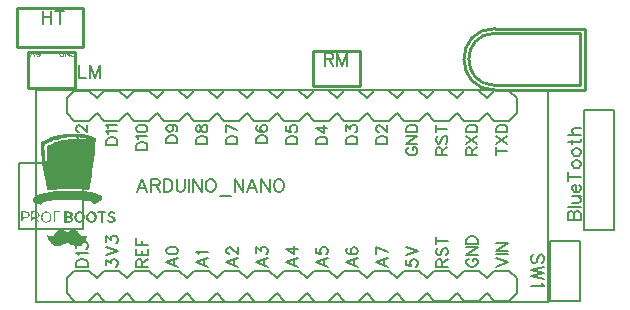
<source format=gto>
G04 Layer: TopSilkscreenLayer*
G04 EasyEDA v6.5.22, 2023-03-28 23:00:35*
G04 5c3957acffbf4fda84b53d144d602fd1,1f4b798e1f424c36b07c5063a1ef9d4e,10*
G04 Gerber Generator version 0.2*
G04 Scale: 100 percent, Rotated: No, Reflected: No *
G04 Dimensions in millimeters *
G04 leading zeros omitted , absolute positions ,4 integer and 5 decimal *
%FSLAX45Y45*%
%MOMM*%

%ADD10C,0.1524*%
%ADD11C,0.1500*%
%ADD12C,0.0500*%
%ADD13C,0.1520*%
%ADD14C,0.2032*%
%ADD15C,0.2030*%
%ADD16C,0.2540*%
%ADD17C,0.0140*%

%LPD*%
G36*
X490474Y1427480D02*
G01*
X461467Y1427073D01*
X434644Y1425651D01*
X422503Y1424533D01*
X411429Y1423162D01*
X385622Y1418691D01*
X359359Y1413256D01*
X334670Y1407261D01*
X322935Y1404112D01*
X300634Y1397304D01*
X279908Y1389938D01*
X270154Y1386078D01*
X260705Y1382064D01*
X251663Y1377899D01*
X208991Y1356664D01*
X211664Y1311503D01*
X240487Y1311503D01*
X240842Y1319936D01*
X241909Y1326489D01*
X242671Y1329182D01*
X243636Y1331518D01*
X244805Y1333652D01*
X247700Y1337157D01*
X251307Y1340205D01*
X255676Y1343101D01*
X262839Y1347012D01*
X271983Y1351330D01*
X282956Y1355852D01*
X295300Y1360525D01*
X308762Y1365300D01*
X323088Y1370025D01*
X345338Y1376781D01*
X374904Y1384706D01*
X388975Y1387957D01*
X402082Y1390650D01*
X414324Y1392682D01*
X427482Y1394256D01*
X441706Y1395526D01*
X456742Y1396441D01*
X472338Y1397050D01*
X504037Y1397203D01*
X519633Y1396796D01*
X534619Y1396085D01*
X548843Y1395069D01*
X561949Y1393748D01*
X573684Y1392174D01*
X583793Y1390294D01*
X591972Y1388160D01*
X605028Y1382877D01*
X608888Y1380794D01*
X607212Y1380286D01*
X581660Y1383487D01*
X569010Y1384706D01*
X556209Y1385570D01*
X543204Y1386128D01*
X530098Y1386433D01*
X503631Y1386078D01*
X476961Y1384604D01*
X463600Y1383436D01*
X450291Y1381963D01*
X423875Y1378254D01*
X397967Y1373479D01*
X385216Y1370685D01*
X372668Y1367637D01*
X360324Y1364335D01*
X348284Y1360779D01*
X336499Y1356969D01*
X324967Y1352956D01*
X313842Y1348638D01*
X303022Y1344168D01*
X263448Y1326184D01*
X267106Y1152448D01*
X267258Y1131773D01*
X267004Y1117650D01*
X266395Y1110081D01*
X265887Y1108811D01*
X265633Y1108760D01*
X264922Y1109980D01*
X263194Y1117346D01*
X260908Y1131417D01*
X254457Y1179677D01*
X250139Y1213916D01*
X244449Y1261465D01*
X242519Y1279601D01*
X241198Y1294434D01*
X240538Y1306474D01*
X240487Y1311503D01*
X211664Y1311503D01*
X213614Y1281938D01*
X216052Y1253236D01*
X218998Y1223822D01*
X222097Y1197406D01*
X225298Y1174242D01*
X229362Y1147419D01*
X239318Y1086764D01*
X251155Y1019606D01*
X255879Y994257D01*
X259994Y973734D01*
X263753Y957122D01*
X265074Y953109D01*
X266039Y952144D01*
X267665Y951433D01*
X270103Y950823D01*
X277317Y950214D01*
X287985Y950315D01*
X302412Y951077D01*
X336397Y954024D01*
X357886Y955344D01*
X384200Y956310D01*
X413969Y956919D01*
X462026Y957122D01*
X502310Y956767D01*
X532790Y956106D01*
X560222Y955141D01*
X583285Y953871D01*
X600506Y952398D01*
X606552Y951534D01*
X612902Y950010D01*
X614883Y949858D01*
X616661Y950264D01*
X618236Y951433D01*
X619658Y953516D01*
X621080Y956716D01*
X622503Y961085D01*
X623976Y966876D01*
X627329Y983335D01*
X635152Y1027023D01*
X641858Y1067460D01*
X648258Y1108659D01*
X656082Y1163624D01*
X663041Y1217117D01*
X667461Y1255369D01*
X672236Y1302562D01*
X674065Y1324102D01*
X678484Y1388160D01*
X654507Y1400556D01*
X643077Y1405432D01*
X629767Y1410411D01*
X616254Y1414932D01*
X605993Y1417828D01*
X596900Y1419758D01*
X586435Y1421485D01*
X574802Y1423009D01*
X548640Y1425397D01*
X534568Y1426260D01*
X505256Y1427276D01*
G37*
G36*
X429310Y945794D02*
G01*
X409549Y945387D01*
X401574Y944981D01*
X364134Y941984D01*
X329336Y938479D01*
X297230Y934466D01*
X282244Y932281D01*
X254406Y927506D01*
X229412Y922274D01*
X217982Y919480D01*
X197459Y913536D01*
X188315Y910386D01*
X179984Y907135D01*
X172364Y903782D01*
X165557Y900328D01*
X159562Y896772D01*
X154330Y893064D01*
X149910Y889304D01*
X146354Y885444D01*
X142798Y880008D01*
X141071Y874471D01*
X141020Y868883D01*
X142697Y863396D01*
X145999Y858012D01*
X150977Y852779D01*
X157530Y847801D01*
X165658Y843127D01*
X175564Y838453D01*
X185978Y834186D01*
X195681Y830783D01*
X199898Y829513D01*
X203454Y828700D01*
X211328Y827532D01*
X216458Y828090D01*
X219557Y830732D01*
X222046Y837336D01*
X223926Y840333D01*
X226821Y843127D01*
X230733Y845819D01*
X235712Y848309D01*
X241706Y850696D01*
X248716Y852881D01*
X256743Y854913D01*
X265734Y856742D01*
X275742Y858469D01*
X286715Y859993D01*
X298653Y861364D01*
X311607Y862584D01*
X340309Y864463D01*
X372770Y865682D01*
X408940Y866241D01*
X448767Y866089D01*
X494334Y865174D01*
X541121Y863650D01*
X578205Y861618D01*
X593394Y860399D01*
X606501Y858977D01*
X617677Y857402D01*
X627024Y855573D01*
X634695Y853541D01*
X640689Y851255D01*
X645261Y848766D01*
X648512Y845972D01*
X650494Y842873D01*
X652932Y834542D01*
X654354Y832967D01*
X656691Y832612D01*
X660501Y833577D01*
X666242Y835812D01*
X685596Y844448D01*
X701192Y851966D01*
X707593Y855421D01*
X713130Y858723D01*
X717905Y861974D01*
X721868Y865174D01*
X725068Y868375D01*
X727608Y871575D01*
X729538Y874877D01*
X730808Y878230D01*
X731570Y881786D01*
X731824Y885494D01*
X731621Y888136D01*
X731012Y890778D01*
X729945Y893368D01*
X728522Y895908D01*
X726694Y898398D01*
X724408Y900836D01*
X721766Y903224D01*
X718718Y905560D01*
X715264Y907846D01*
X707186Y912266D01*
X697534Y916482D01*
X686358Y920445D01*
X673709Y924204D01*
X659485Y927709D01*
X643839Y930960D01*
X626719Y933958D01*
X613359Y935939D01*
X593344Y938225D01*
X569417Y940308D01*
X542747Y942136D01*
X493522Y944575D01*
X466090Y945387D01*
G37*
G36*
X409041Y771245D02*
G01*
X409041Y742899D01*
X428904Y742899D01*
X429361Y750011D01*
X431495Y753770D01*
X436372Y755091D01*
X445008Y754634D01*
X452729Y753364D01*
X457708Y751230D01*
X460349Y747826D01*
X461162Y742899D01*
X460349Y737971D01*
X457708Y734618D01*
X452729Y732434D01*
X445008Y731164D01*
X436372Y730758D01*
X431495Y732028D01*
X429361Y735838D01*
X428904Y742899D01*
X409041Y742899D01*
X409041Y702360D01*
X428904Y702360D01*
X429463Y709015D01*
X431850Y712876D01*
X437134Y714603D01*
X446278Y715060D01*
X455422Y714603D01*
X460654Y712876D01*
X463092Y709015D01*
X463651Y702360D01*
X463092Y695706D01*
X460654Y691896D01*
X455422Y690118D01*
X446278Y689711D01*
X437134Y690118D01*
X431850Y691896D01*
X429463Y695706D01*
X428904Y702360D01*
X409041Y702360D01*
X409041Y674471D01*
X445058Y674624D01*
X452475Y675030D01*
X458978Y675741D01*
X464616Y676808D01*
X469392Y678230D01*
X473405Y680008D01*
X476707Y682244D01*
X479247Y684834D01*
X481177Y687933D01*
X482498Y691489D01*
X483260Y695553D01*
X483514Y700176D01*
X482955Y706272D01*
X481482Y711708D01*
X479247Y715822D01*
X476554Y718108D01*
X473201Y719988D01*
X472033Y722731D01*
X473151Y727252D01*
X479653Y741527D01*
X480720Y747115D01*
X479704Y752246D01*
X476605Y757986D01*
X474472Y760780D01*
X471932Y763066D01*
X468884Y764946D01*
X465074Y766470D01*
X460400Y767638D01*
X454710Y768553D01*
X447751Y769264D01*
G37*
G36*
X46482Y770788D02*
G01*
X46482Y760628D01*
X78435Y760628D01*
X89458Y760222D01*
X96672Y758647D01*
X101092Y755548D01*
X103581Y750519D01*
X105359Y743204D01*
X105765Y736955D01*
X104749Y731723D01*
X102362Y727506D01*
X98552Y724204D01*
X93319Y721918D01*
X86614Y720547D01*
X78435Y720090D01*
X56438Y720090D01*
X56438Y760628D01*
X46482Y760628D01*
X46583Y712317D01*
X47294Y694791D01*
X47853Y687781D01*
X48564Y682142D01*
X49428Y677976D01*
X50393Y675386D01*
X51460Y674471D01*
X53390Y675894D01*
X54965Y679704D01*
X56032Y685342D01*
X56438Y692251D01*
X56489Y698042D01*
X56794Y702411D01*
X57607Y705561D01*
X59182Y707694D01*
X61772Y708964D01*
X65633Y709676D01*
X77978Y709980D01*
X86766Y710488D01*
X94386Y712012D01*
X100939Y714552D01*
X106324Y718108D01*
X110540Y722579D01*
X113537Y728065D01*
X115417Y734415D01*
X116027Y741730D01*
X115671Y746150D01*
X114604Y750265D01*
X112928Y754024D01*
X110540Y757428D01*
X107543Y760425D01*
X103936Y763117D01*
X99720Y765403D01*
X94894Y767334D01*
X89509Y768807D01*
X83616Y769924D01*
X77165Y770585D01*
X70205Y770788D01*
G37*
G36*
X130911Y770788D02*
G01*
X130936Y720090D01*
X140817Y720090D01*
X140868Y747014D01*
X141173Y752043D01*
X141884Y755650D01*
X143306Y758088D01*
X145592Y759561D01*
X148996Y760323D01*
X153771Y760628D01*
X160121Y760628D01*
X168198Y760069D01*
X175615Y758494D01*
X181610Y756107D01*
X185470Y753110D01*
X187706Y749147D01*
X188976Y744118D01*
X189280Y738479D01*
X188468Y732840D01*
X186131Y726135D01*
X182118Y722274D01*
X174955Y720496D01*
X163118Y720090D01*
X130936Y720090D01*
X131267Y703021D01*
X131673Y694791D01*
X132994Y682142D01*
X133858Y677976D01*
X134823Y675386D01*
X135890Y674471D01*
X137820Y675894D01*
X139395Y679704D01*
X140462Y685342D01*
X141224Y701852D01*
X143103Y707186D01*
X147472Y709472D01*
X155346Y709980D01*
X162814Y709117D01*
X169062Y706221D01*
X174701Y700786D01*
X185115Y685342D01*
X189636Y679704D01*
X193497Y675894D01*
X196291Y674471D01*
X197358Y675894D01*
X196697Y679653D01*
X194360Y685190D01*
X190652Y691997D01*
X180086Y709472D01*
X190246Y719836D01*
X194157Y724357D01*
X197053Y728878D01*
X199085Y733399D01*
X200253Y737819D01*
X200507Y742188D01*
X199948Y746404D01*
X198628Y750417D01*
X196494Y754227D01*
X193700Y757732D01*
X190144Y760933D01*
X185928Y763778D01*
X181051Y766165D01*
X175564Y768096D01*
X169519Y769569D01*
X162864Y770483D01*
X155752Y770788D01*
G37*
G36*
X257556Y770788D02*
G01*
X249783Y769975D01*
X242417Y767537D01*
X235458Y763524D01*
X229006Y757986D01*
X225399Y753973D01*
X222300Y749757D01*
X219710Y745439D01*
X217576Y740968D01*
X215950Y736396D01*
X214731Y731774D01*
X213918Y727100D01*
X213621Y721766D01*
X225247Y721766D01*
X225856Y730605D01*
X227584Y738987D01*
X230174Y746150D01*
X233476Y751382D01*
X237947Y755192D01*
X243484Y757936D01*
X249783Y759663D01*
X256438Y760323D01*
X263194Y759917D01*
X269697Y758444D01*
X275691Y755904D01*
X280720Y752246D01*
X283667Y748842D01*
X286054Y744575D01*
X287883Y739648D01*
X289153Y734161D01*
X289864Y728370D01*
X290068Y722426D01*
X289763Y716432D01*
X288848Y710641D01*
X287477Y705154D01*
X285546Y700176D01*
X283057Y695858D01*
X280060Y692404D01*
X275590Y688797D01*
X271018Y686104D01*
X266395Y684225D01*
X261670Y683158D01*
X257048Y682853D01*
X252526Y683310D01*
X248107Y684479D01*
X243941Y686308D01*
X240029Y688797D01*
X236474Y691896D01*
X233273Y695604D01*
X230581Y699820D01*
X228346Y704596D01*
X226669Y709879D01*
X225602Y715619D01*
X225247Y721766D01*
X213621Y721766D01*
X213664Y717854D01*
X214121Y713282D01*
X215036Y708863D01*
X216306Y704545D01*
X217932Y700379D01*
X219913Y696417D01*
X222250Y692658D01*
X224942Y689203D01*
X227990Y686003D01*
X231343Y683158D01*
X235000Y680618D01*
X238963Y678484D01*
X243179Y676808D01*
X247700Y675538D01*
X252526Y674776D01*
X257556Y674471D01*
X262839Y674827D01*
X267868Y675741D01*
X272694Y677265D01*
X277215Y679348D01*
X281482Y681939D01*
X285394Y685038D01*
X288950Y688543D01*
X292150Y692454D01*
X294894Y696722D01*
X297230Y701294D01*
X299110Y706221D01*
X300532Y711403D01*
X301396Y716788D01*
X301752Y722325D01*
X301548Y728065D01*
X300736Y733907D01*
X299516Y738479D01*
X297637Y743000D01*
X295097Y747420D01*
X292049Y751636D01*
X288544Y755599D01*
X284632Y759256D01*
X280466Y762508D01*
X276047Y765302D01*
X271424Y767588D01*
X266801Y769315D01*
X262128Y770432D01*
G37*
G36*
X319633Y770788D02*
G01*
X319735Y712317D01*
X320395Y694791D01*
X321716Y682142D01*
X322580Y677976D01*
X323545Y675386D01*
X324612Y674471D01*
X326542Y676249D01*
X328117Y681126D01*
X329184Y688289D01*
X329539Y697026D01*
X329539Y719531D01*
X376732Y723341D01*
X345389Y724611D01*
X339547Y725068D01*
X335381Y725881D01*
X332536Y727303D01*
X330809Y729488D01*
X329946Y732688D01*
X329590Y737057D01*
X329539Y760628D01*
X354076Y760628D01*
X363880Y761034D01*
X372313Y762152D01*
X378561Y763727D01*
X381711Y765708D01*
X380796Y767842D01*
X375361Y769467D01*
X365709Y770432D01*
X352196Y770788D01*
G37*
G36*
X726846Y770788D02*
G01*
X707136Y770432D01*
X700227Y769975D01*
X694994Y769264D01*
X691235Y768299D01*
X688848Y766978D01*
X687527Y765251D01*
X687120Y763168D01*
X688035Y759866D01*
X690829Y757478D01*
X695502Y756056D01*
X702005Y755599D01*
X716940Y755599D01*
X716991Y702614D01*
X717194Y693013D01*
X717651Y685901D01*
X718464Y680821D01*
X719734Y677519D01*
X721461Y675589D01*
X723798Y674725D01*
X726846Y674471D01*
X729894Y674725D01*
X732231Y675589D01*
X734009Y677519D01*
X735228Y680821D01*
X736041Y685901D01*
X736498Y693013D01*
X736803Y715060D01*
X736803Y755599D01*
X751687Y755599D01*
X758190Y756056D01*
X762863Y757478D01*
X765657Y759866D01*
X766572Y763168D01*
X766216Y765251D01*
X764895Y766978D01*
X762457Y768299D01*
X758748Y769264D01*
X753516Y769975D01*
X746556Y770432D01*
G37*
G36*
X539902Y770737D02*
G01*
X535686Y770534D01*
X531469Y769924D01*
X527253Y768858D01*
X523036Y767283D01*
X518871Y765149D01*
X514807Y762558D01*
X510793Y759358D01*
X504901Y753059D01*
X500329Y745540D01*
X497027Y736752D01*
X494995Y726694D01*
X494558Y722731D01*
X513334Y722731D01*
X513537Y727557D01*
X514350Y732282D01*
X515772Y736752D01*
X517906Y740867D01*
X520750Y744575D01*
X524357Y747674D01*
X529488Y751078D01*
X534060Y753465D01*
X538276Y754786D01*
X542188Y755040D01*
X545947Y754278D01*
X549757Y752398D01*
X553720Y749452D01*
X557987Y745439D01*
X561848Y740511D01*
X564997Y734568D01*
X567131Y728370D01*
X567944Y722630D01*
X567232Y717092D01*
X565251Y711403D01*
X562305Y705866D01*
X558495Y700735D01*
X554126Y696315D01*
X549402Y692810D01*
X544525Y690524D01*
X539800Y689711D01*
X535228Y690168D01*
X531012Y691591D01*
X527202Y693775D01*
X523798Y696620D01*
X520801Y700125D01*
X518312Y704088D01*
X516280Y708406D01*
X514705Y713028D01*
X513740Y717854D01*
X513334Y722731D01*
X494558Y722731D01*
X493979Y714908D01*
X494284Y710387D01*
X495198Y706374D01*
X496874Y702614D01*
X499414Y698804D01*
X502869Y694690D01*
X507339Y689965D01*
X512216Y685444D01*
X517245Y681736D01*
X522427Y678738D01*
X527659Y676452D01*
X532942Y674928D01*
X538276Y674065D01*
X543509Y673963D01*
X548640Y674522D01*
X553669Y675792D01*
X558495Y677722D01*
X563067Y680313D01*
X567385Y683615D01*
X571398Y687527D01*
X575005Y692150D01*
X578256Y697331D01*
X580999Y703224D01*
X582777Y708152D01*
X584047Y713079D01*
X584758Y717905D01*
X585012Y722630D01*
X584860Y727252D01*
X584250Y731723D01*
X583234Y736092D01*
X581812Y740257D01*
X580085Y744270D01*
X578002Y748030D01*
X575614Y751636D01*
X572922Y754938D01*
X569976Y757986D01*
X566775Y760780D01*
X563422Y763219D01*
X559816Y765403D01*
X556056Y767232D01*
X552196Y768654D01*
X548182Y769772D01*
X544068Y770432D01*
G37*
G36*
X640486Y770636D02*
G01*
X635304Y770331D01*
X630174Y769366D01*
X625195Y767740D01*
X620369Y765454D01*
X615746Y762508D01*
X611428Y758901D01*
X607466Y754735D01*
X604012Y750366D01*
X601116Y745744D01*
X598728Y740968D01*
X596900Y736041D01*
X595630Y730961D01*
X594918Y725830D01*
X594823Y722630D01*
X612648Y722630D01*
X613308Y728065D01*
X615289Y733704D01*
X618236Y739241D01*
X621944Y744372D01*
X626211Y748842D01*
X630783Y752398D01*
X635457Y754735D01*
X639927Y755599D01*
X643636Y754786D01*
X648106Y752602D01*
X652881Y749401D01*
X657352Y745439D01*
X661263Y740460D01*
X664108Y734872D01*
X665835Y728929D01*
X666546Y722782D01*
X666242Y716584D01*
X665073Y710641D01*
X662990Y705053D01*
X660146Y700024D01*
X656539Y695807D01*
X652221Y692556D01*
X647242Y690422D01*
X641654Y689711D01*
X636676Y690524D01*
X631596Y692759D01*
X626719Y696214D01*
X622249Y700582D01*
X618388Y705662D01*
X615340Y711200D01*
X613359Y716940D01*
X612648Y722630D01*
X594823Y722630D01*
X594766Y720699D01*
X595172Y715518D01*
X596188Y710387D01*
X597763Y705307D01*
X599948Y700328D01*
X602843Y695248D01*
X606145Y690727D01*
X609803Y686714D01*
X613714Y683209D01*
X617931Y680313D01*
X622350Y677926D01*
X626973Y676148D01*
X631748Y674928D01*
X636625Y674319D01*
X641553Y674268D01*
X646582Y674776D01*
X651560Y675944D01*
X656488Y677722D01*
X661365Y680059D01*
X666089Y683107D01*
X670712Y686714D01*
X674624Y690372D01*
X677773Y693877D01*
X680212Y697382D01*
X682040Y701141D01*
X683310Y705307D01*
X684072Y710184D01*
X684530Y715873D01*
X684530Y729437D01*
X684072Y735126D01*
X683310Y739952D01*
X682040Y744169D01*
X680212Y747928D01*
X677773Y751433D01*
X674624Y754888D01*
X670712Y758545D01*
X666038Y762203D01*
X661162Y765251D01*
X656082Y767588D01*
X650951Y769264D01*
X645718Y770280D01*
G37*
G36*
X808786Y769569D02*
G01*
X800709Y768807D01*
X793648Y766622D01*
X787400Y763016D01*
X783132Y759409D01*
X779881Y755599D01*
X777697Y751687D01*
X776528Y747674D01*
X776376Y743610D01*
X777189Y739495D01*
X779018Y735380D01*
X781812Y731316D01*
X785622Y727354D01*
X790346Y723493D01*
X795985Y719734D01*
X811733Y711352D01*
X819251Y706577D01*
X824331Y702462D01*
X826160Y699566D01*
X825449Y696518D01*
X823468Y694080D01*
X820369Y692251D01*
X816305Y691134D01*
X811530Y690676D01*
X806246Y690981D01*
X800557Y691997D01*
X787146Y696417D01*
X781862Y697179D01*
X778205Y696214D01*
X775614Y693420D01*
X774446Y690372D01*
X774649Y687425D01*
X776173Y684784D01*
X778764Y682345D01*
X782320Y680161D01*
X786688Y678281D01*
X791667Y676757D01*
X797102Y675589D01*
X802843Y674776D01*
X808786Y674420D01*
X814628Y674471D01*
X820369Y675030D01*
X825753Y676046D01*
X830630Y677621D01*
X834847Y679754D01*
X838250Y682447D01*
X842162Y687222D01*
X844803Y692048D01*
X846226Y696976D01*
X846429Y701903D01*
X845515Y706729D01*
X843432Y711403D01*
X840333Y715822D01*
X836168Y719988D01*
X831037Y723798D01*
X824941Y727151D01*
X817930Y729996D01*
X810056Y732282D01*
X805027Y734009D01*
X801116Y736447D01*
X798372Y739343D01*
X796848Y742543D01*
X796594Y745794D01*
X797712Y748944D01*
X800201Y751687D01*
X804164Y753872D01*
X808126Y754583D01*
X813257Y754329D01*
X818794Y753160D01*
X824179Y751230D01*
X830427Y748690D01*
X834644Y748131D01*
X837387Y749655D01*
X839368Y753313D01*
X840841Y759815D01*
X838453Y764032D01*
X831189Y766826D01*
X817880Y769010D01*
G37*
G36*
X484682Y614222D02*
G01*
X477672Y614070D01*
X470763Y613257D01*
X464058Y611682D01*
X457708Y609447D01*
X451815Y606450D01*
X440639Y598678D01*
X435711Y596290D01*
X431952Y595680D01*
X429615Y596950D01*
X427126Y600100D01*
X423824Y602894D01*
X419862Y605434D01*
X415340Y607618D01*
X410311Y609447D01*
X404926Y610920D01*
X399186Y612089D01*
X393293Y612851D01*
X387248Y613257D01*
X381254Y613257D01*
X375310Y612902D01*
X369519Y612140D01*
X364032Y610920D01*
X358902Y609346D01*
X354228Y607314D01*
X350113Y604824D01*
X344627Y600049D01*
X338328Y593293D01*
X332028Y585368D01*
X319887Y567690D01*
X313893Y561797D01*
X307390Y558749D01*
X299364Y557936D01*
X292709Y558393D01*
X285699Y559562D01*
X279247Y561289D01*
X274116Y563422D01*
X268833Y566013D01*
X266242Y566115D01*
X265938Y563270D01*
X267462Y557123D01*
X269036Y552043D01*
X273253Y541782D01*
X275793Y536600D01*
X281635Y526440D01*
X288340Y516686D01*
X295706Y507644D01*
X299516Y503478D01*
X307441Y495960D01*
X311454Y492709D01*
X315468Y489813D01*
X319481Y487375D01*
X326440Y483565D01*
X332282Y480720D01*
X337566Y478790D01*
X342798Y477723D01*
X348488Y477469D01*
X355142Y477926D01*
X373532Y480720D01*
X380288Y482092D01*
X393903Y485648D01*
X406349Y490016D01*
X411683Y492302D01*
X416153Y494588D01*
X419557Y496773D01*
X427786Y502615D01*
X433679Y504647D01*
X440080Y502869D01*
X455574Y494182D01*
X461975Y491235D01*
X468934Y488492D01*
X476250Y486054D01*
X483819Y483870D01*
X491490Y481990D01*
X499109Y480517D01*
X506577Y479399D01*
X513740Y478688D01*
X520446Y478434D01*
X526592Y478637D01*
X532028Y479298D01*
X537464Y480771D01*
X543153Y483057D01*
X548995Y486156D01*
X554837Y489915D01*
X560679Y494233D01*
X566420Y499160D01*
X571957Y504494D01*
X577189Y510184D01*
X582015Y516178D01*
X586435Y522376D01*
X590245Y528675D01*
X593445Y535076D01*
X597408Y544423D01*
X600252Y551942D01*
X601929Y557733D01*
X602488Y561898D01*
X601827Y564438D01*
X600100Y565505D01*
X597154Y565048D01*
X588162Y561136D01*
X581863Y559460D01*
X575005Y558342D01*
X568401Y557936D01*
X560781Y558647D01*
X554939Y561035D01*
X550164Y565505D01*
X541782Y579272D01*
X536143Y586740D01*
X529640Y594106D01*
X523036Y600405D01*
X517651Y604418D01*
X511708Y607771D01*
X505358Y610412D01*
X498652Y612394D01*
X491693Y613613D01*
G37*
D10*
X1070355Y1042415D02*
G01*
X1028700Y933450D01*
X1070355Y1042415D02*
G01*
X1111757Y933450D01*
X1044194Y969771D02*
G01*
X1096263Y969771D01*
X1146047Y1042415D02*
G01*
X1146047Y933450D01*
X1146047Y1042415D02*
G01*
X1192784Y1042415D01*
X1208531Y1037336D01*
X1213612Y1032002D01*
X1218945Y1021587D01*
X1218945Y1011173D01*
X1213612Y1000760D01*
X1208531Y995679D01*
X1192784Y990600D01*
X1146047Y990600D01*
X1182370Y990600D02*
G01*
X1218945Y933450D01*
X1253236Y1042415D02*
G01*
X1253236Y933450D01*
X1253236Y1042415D02*
G01*
X1289557Y1042415D01*
X1305052Y1037336D01*
X1315465Y1026921D01*
X1320800Y1016507D01*
X1325879Y1000760D01*
X1325879Y974852D01*
X1320800Y959357D01*
X1315465Y948944D01*
X1305052Y938529D01*
X1289557Y933450D01*
X1253236Y933450D01*
X1360170Y1042415D02*
G01*
X1360170Y964437D01*
X1365250Y948944D01*
X1375663Y938529D01*
X1391412Y933450D01*
X1401826Y933450D01*
X1417320Y938529D01*
X1427734Y948944D01*
X1432813Y964437D01*
X1432813Y1042415D01*
X1467104Y1042415D02*
G01*
X1467104Y933450D01*
X1501394Y1042415D02*
G01*
X1501394Y933450D01*
X1501394Y1042415D02*
G01*
X1574292Y933450D01*
X1574292Y1042415D02*
G01*
X1574292Y933450D01*
X1639570Y1042415D02*
G01*
X1629410Y1037336D01*
X1618995Y1026921D01*
X1613662Y1016507D01*
X1608581Y1000760D01*
X1608581Y974852D01*
X1613662Y959357D01*
X1618995Y948944D01*
X1629410Y938529D01*
X1639570Y933450D01*
X1660397Y933450D01*
X1670812Y938529D01*
X1681226Y948944D01*
X1686560Y959357D01*
X1691639Y974852D01*
X1691639Y1000760D01*
X1686560Y1016507D01*
X1681226Y1026921D01*
X1670812Y1037336D01*
X1660397Y1042415D01*
X1639570Y1042415D01*
X1725929Y896873D02*
G01*
X1819402Y896873D01*
X1853692Y1042415D02*
G01*
X1853692Y933450D01*
X1853692Y1042415D02*
G01*
X1926589Y933450D01*
X1926589Y1042415D02*
G01*
X1926589Y933450D01*
X2002281Y1042415D02*
G01*
X1960879Y933450D01*
X2002281Y1042415D02*
G01*
X2043938Y933450D01*
X1976374Y969771D02*
G01*
X2028190Y969771D01*
X2078227Y1042415D02*
G01*
X2078227Y933450D01*
X2078227Y1042415D02*
G01*
X2150872Y933450D01*
X2150872Y1042415D02*
G01*
X2150872Y933450D01*
X2216404Y1042415D02*
G01*
X2205990Y1037336D01*
X2195575Y1026921D01*
X2190495Y1016507D01*
X2185161Y1000760D01*
X2185161Y974852D01*
X2190495Y959357D01*
X2195575Y948944D01*
X2205990Y938529D01*
X2216404Y933450D01*
X2237231Y933450D01*
X2247645Y938529D01*
X2258059Y948944D01*
X2263140Y959357D01*
X2268220Y974852D01*
X2268220Y1000760D01*
X2263140Y1016507D01*
X2258059Y1026921D01*
X2247645Y1037336D01*
X2237231Y1042415D01*
X2216404Y1042415D01*
D11*
X512762Y302694D02*
G01*
X608266Y302694D01*
X512762Y302694D02*
G01*
X512762Y334444D01*
X517334Y348160D01*
X526224Y357304D01*
X535368Y361876D01*
X549084Y366448D01*
X571690Y366448D01*
X585406Y361876D01*
X594550Y357304D01*
X603694Y348160D01*
X608266Y334444D01*
X608266Y302694D01*
X530796Y396420D02*
G01*
X526224Y405310D01*
X512762Y419026D01*
X608266Y419026D01*
X512762Y458142D02*
G01*
X512762Y508180D01*
X549084Y481002D01*
X549084Y494464D01*
X553656Y503608D01*
X558228Y508180D01*
X571690Y512752D01*
X580834Y512752D01*
X594550Y508180D01*
X603694Y499036D01*
X608266Y485320D01*
X608266Y471858D01*
X603694Y458142D01*
X599122Y453570D01*
X589978Y448998D01*
X766757Y311833D02*
G01*
X766757Y361871D01*
X803079Y334439D01*
X803079Y348155D01*
X807651Y357299D01*
X812223Y361871D01*
X825685Y366443D01*
X834829Y366443D01*
X848545Y361871D01*
X857689Y352727D01*
X862261Y339011D01*
X862261Y325295D01*
X857689Y311833D01*
X853117Y307261D01*
X843973Y302689D01*
X766757Y396415D02*
G01*
X862261Y432737D01*
X766757Y469059D02*
G01*
X862261Y432737D01*
X766757Y508175D02*
G01*
X766757Y558213D01*
X803079Y530781D01*
X803079Y544497D01*
X807651Y553641D01*
X812223Y558213D01*
X825685Y562785D01*
X834829Y562785D01*
X848545Y558213D01*
X857689Y549069D01*
X862261Y535353D01*
X862261Y521891D01*
X857689Y508175D01*
X853117Y503603D01*
X843973Y499031D01*
X1020757Y302689D02*
G01*
X1116261Y302689D01*
X1020757Y302689D02*
G01*
X1020757Y343583D01*
X1025329Y357299D01*
X1029901Y361871D01*
X1038791Y366443D01*
X1047935Y366443D01*
X1057079Y361871D01*
X1061651Y357299D01*
X1066223Y343583D01*
X1066223Y302689D01*
X1066223Y334439D02*
G01*
X1116261Y366443D01*
X1020757Y396415D02*
G01*
X1116261Y396415D01*
X1020757Y396415D02*
G01*
X1020757Y455343D01*
X1066223Y396415D02*
G01*
X1066223Y432737D01*
X1116261Y396415D02*
G01*
X1116261Y455343D01*
X1020757Y485315D02*
G01*
X1116261Y485315D01*
X1020757Y485315D02*
G01*
X1020757Y544497D01*
X1066223Y485315D02*
G01*
X1066223Y521891D01*
X1274759Y339013D02*
G01*
X1370263Y302691D01*
X1274759Y339013D02*
G01*
X1370263Y375335D01*
X1338259Y316407D02*
G01*
X1338259Y361873D01*
X1274759Y432739D02*
G01*
X1279331Y419023D01*
X1292793Y409879D01*
X1315653Y405307D01*
X1329115Y405307D01*
X1351975Y409879D01*
X1365691Y419023D01*
X1370263Y432739D01*
X1370263Y441883D01*
X1365691Y455345D01*
X1351975Y464489D01*
X1329115Y469061D01*
X1315653Y469061D01*
X1292793Y464489D01*
X1279331Y455345D01*
X1274759Y441883D01*
X1274759Y432739D01*
X1528757Y339011D02*
G01*
X1624261Y302689D01*
X1528757Y339011D02*
G01*
X1624261Y375333D01*
X1592257Y316405D02*
G01*
X1592257Y361871D01*
X1546791Y405305D02*
G01*
X1542219Y414449D01*
X1528757Y428165D01*
X1624261Y428165D01*
X1782759Y339013D02*
G01*
X1878263Y302691D01*
X1782759Y339013D02*
G01*
X1878263Y375335D01*
X1846259Y316407D02*
G01*
X1846259Y361873D01*
X1805365Y409879D02*
G01*
X1800793Y409879D01*
X1791903Y414451D01*
X1787331Y419023D01*
X1782759Y428167D01*
X1782759Y446201D01*
X1787331Y455345D01*
X1791903Y459917D01*
X1800793Y464489D01*
X1809937Y464489D01*
X1819081Y459917D01*
X1832797Y450773D01*
X1878263Y405307D01*
X1878263Y469061D01*
X2036759Y339013D02*
G01*
X2132263Y302691D01*
X2036759Y339013D02*
G01*
X2132263Y375335D01*
X2100259Y316407D02*
G01*
X2100259Y361873D01*
X2036759Y414451D02*
G01*
X2036759Y464489D01*
X2073081Y437311D01*
X2073081Y450773D01*
X2077653Y459917D01*
X2082225Y464489D01*
X2095687Y469061D01*
X2104831Y469061D01*
X2118547Y464489D01*
X2127691Y455345D01*
X2132263Y441883D01*
X2132263Y428167D01*
X2127691Y414451D01*
X2123119Y409879D01*
X2113975Y405307D01*
X2290762Y339016D02*
G01*
X2386266Y302694D01*
X2290762Y339016D02*
G01*
X2386266Y375338D01*
X2354262Y316410D02*
G01*
X2354262Y361876D01*
X2290762Y450776D02*
G01*
X2354262Y405310D01*
X2354262Y473636D01*
X2290762Y450776D02*
G01*
X2386266Y450776D01*
X2544759Y339013D02*
G01*
X2640263Y302691D01*
X2544759Y339013D02*
G01*
X2640263Y375335D01*
X2608259Y316407D02*
G01*
X2608259Y361873D01*
X2544759Y459917D02*
G01*
X2544759Y414451D01*
X2585653Y409879D01*
X2581081Y414451D01*
X2576509Y428167D01*
X2576509Y441883D01*
X2581081Y455345D01*
X2590225Y464489D01*
X2603687Y469061D01*
X2612831Y469061D01*
X2626547Y464489D01*
X2635691Y455345D01*
X2640263Y441883D01*
X2640263Y428167D01*
X2635691Y414451D01*
X2631119Y409879D01*
X2621975Y405307D01*
X2798762Y339016D02*
G01*
X2894266Y302694D01*
X2798762Y339016D02*
G01*
X2894266Y375338D01*
X2862262Y316410D02*
G01*
X2862262Y361876D01*
X2812224Y459920D02*
G01*
X2803334Y455348D01*
X2798762Y441886D01*
X2798762Y432742D01*
X2803334Y419026D01*
X2816796Y409882D01*
X2839656Y405310D01*
X2862262Y405310D01*
X2880550Y409882D01*
X2889694Y419026D01*
X2894266Y432742D01*
X2894266Y437314D01*
X2889694Y450776D01*
X2880550Y459920D01*
X2866834Y464492D01*
X2862262Y464492D01*
X2848800Y459920D01*
X2839656Y450776D01*
X2835084Y437314D01*
X2835084Y432742D01*
X2839656Y419026D01*
X2848800Y409882D01*
X2862262Y405310D01*
X3052759Y339013D02*
G01*
X3148263Y302691D01*
X3052759Y339013D02*
G01*
X3148263Y375335D01*
X3116259Y316407D02*
G01*
X3116259Y361873D01*
X3052759Y469061D02*
G01*
X3148263Y423595D01*
X3052759Y405307D02*
G01*
X3052759Y469061D01*
X3306759Y357301D02*
G01*
X3306759Y311835D01*
X3347653Y307263D01*
X3343081Y311835D01*
X3338509Y325297D01*
X3338509Y339013D01*
X3343081Y352729D01*
X3352225Y361873D01*
X3365687Y366445D01*
X3374831Y366445D01*
X3388547Y361873D01*
X3397691Y352729D01*
X3402263Y339013D01*
X3402263Y325297D01*
X3397691Y311835D01*
X3393119Y307263D01*
X3383975Y302691D01*
X3306759Y396417D02*
G01*
X3402263Y432739D01*
X3306759Y469061D02*
G01*
X3402263Y432739D01*
X3560757Y302689D02*
G01*
X3656261Y302689D01*
X3560757Y302689D02*
G01*
X3560757Y343583D01*
X3565329Y357299D01*
X3569901Y361871D01*
X3578791Y366443D01*
X3587935Y366443D01*
X3597079Y361871D01*
X3601651Y357299D01*
X3606223Y343583D01*
X3606223Y302689D01*
X3606223Y334439D02*
G01*
X3656261Y366443D01*
X3574219Y459915D02*
G01*
X3565329Y450771D01*
X3560757Y437309D01*
X3560757Y419021D01*
X3565329Y405305D01*
X3574219Y396415D01*
X3583363Y396415D01*
X3592507Y400987D01*
X3597079Y405305D01*
X3601651Y414449D01*
X3610795Y441881D01*
X3615113Y450771D01*
X3619685Y455343D01*
X3628829Y459915D01*
X3642545Y459915D01*
X3651689Y450771D01*
X3656261Y437309D01*
X3656261Y419021D01*
X3651689Y405305D01*
X3642545Y396415D01*
X3560757Y521891D02*
G01*
X3656261Y521891D01*
X3560757Y489887D02*
G01*
X3560757Y553641D01*
X3837365Y370763D02*
G01*
X3828221Y366445D01*
X3819331Y357301D01*
X3814759Y348157D01*
X3814759Y329869D01*
X3819331Y320979D01*
X3828221Y311835D01*
X3837365Y307263D01*
X3851081Y302691D01*
X3873687Y302691D01*
X3887403Y307263D01*
X3896547Y311835D01*
X3905691Y320979D01*
X3910263Y329869D01*
X3910263Y348157D01*
X3905691Y357301D01*
X3896547Y366445D01*
X3887403Y370763D01*
X3873687Y370763D01*
X3873687Y348157D02*
G01*
X3873687Y370763D01*
X3814759Y400989D02*
G01*
X3910263Y400989D01*
X3814759Y400989D02*
G01*
X3910263Y464489D01*
X3814759Y464489D02*
G01*
X3910263Y464489D01*
X3814759Y494461D02*
G01*
X3910263Y494461D01*
X3814759Y494461D02*
G01*
X3814759Y526211D01*
X3819331Y539927D01*
X3828221Y549071D01*
X3837365Y553643D01*
X3851081Y558215D01*
X3873687Y558215D01*
X3887403Y553643D01*
X3896547Y549071D01*
X3905691Y539927D01*
X3910263Y526211D01*
X3910263Y494461D01*
X4068762Y302694D02*
G01*
X4164266Y339016D01*
X4068762Y375338D02*
G01*
X4164266Y339016D01*
X4068762Y405310D02*
G01*
X4164266Y405310D01*
X4068762Y435536D02*
G01*
X4164266Y435536D01*
X4068762Y435536D02*
G01*
X4164266Y499036D01*
X4068762Y499036D02*
G01*
X4164266Y499036D01*
X510758Y1291592D02*
G01*
X606262Y1291592D01*
X510758Y1291592D02*
G01*
X510758Y1323342D01*
X515330Y1337058D01*
X524220Y1346202D01*
X533364Y1350774D01*
X547080Y1355346D01*
X569686Y1355346D01*
X583402Y1350774D01*
X592546Y1346202D01*
X601690Y1337058D01*
X606262Y1323342D01*
X606262Y1291592D01*
X528792Y1385318D02*
G01*
X524220Y1394208D01*
X510758Y1407924D01*
X606262Y1407924D01*
X533364Y1442468D02*
G01*
X528792Y1442468D01*
X519902Y1447040D01*
X515330Y1451612D01*
X510758Y1460756D01*
X510758Y1478790D01*
X515330Y1487934D01*
X519902Y1492506D01*
X528792Y1497078D01*
X537936Y1497078D01*
X547080Y1492506D01*
X560796Y1483362D01*
X606262Y1437896D01*
X606262Y1501650D01*
X764755Y1332486D02*
G01*
X860259Y1332486D01*
X764755Y1332486D02*
G01*
X764755Y1364236D01*
X769327Y1377952D01*
X778217Y1387096D01*
X787361Y1391668D01*
X801077Y1396240D01*
X823683Y1396240D01*
X837399Y1391668D01*
X846543Y1387096D01*
X855687Y1377952D01*
X860259Y1364236D01*
X860259Y1332486D01*
X782789Y1426212D02*
G01*
X778217Y1435102D01*
X764755Y1448818D01*
X860259Y1448818D01*
X782789Y1478790D02*
G01*
X778217Y1487934D01*
X764755Y1501650D01*
X860259Y1501650D01*
X1018758Y1291592D02*
G01*
X1114262Y1291592D01*
X1018758Y1291592D02*
G01*
X1018758Y1323342D01*
X1023330Y1337058D01*
X1032220Y1346202D01*
X1041364Y1350774D01*
X1055080Y1355346D01*
X1077686Y1355346D01*
X1091402Y1350774D01*
X1100546Y1346202D01*
X1109690Y1337058D01*
X1114262Y1323342D01*
X1114262Y1291592D01*
X1036792Y1385318D02*
G01*
X1032220Y1394208D01*
X1018758Y1407924D01*
X1114262Y1407924D01*
X1018758Y1465328D02*
G01*
X1023330Y1451612D01*
X1036792Y1442468D01*
X1059652Y1437896D01*
X1073114Y1437896D01*
X1095974Y1442468D01*
X1109690Y1451612D01*
X1114262Y1465328D01*
X1114262Y1474218D01*
X1109690Y1487934D01*
X1095974Y1497078D01*
X1073114Y1501650D01*
X1059652Y1501650D01*
X1036792Y1497078D01*
X1023330Y1487934D01*
X1018758Y1474218D01*
X1018758Y1465328D01*
X1272758Y1348996D02*
G01*
X1368262Y1348996D01*
X1272758Y1348996D02*
G01*
X1272758Y1380746D01*
X1277330Y1394462D01*
X1286220Y1403606D01*
X1295364Y1408178D01*
X1309080Y1412750D01*
X1331686Y1412750D01*
X1345402Y1408178D01*
X1354546Y1403606D01*
X1363690Y1394462D01*
X1368262Y1380746D01*
X1368262Y1348996D01*
X1304508Y1501650D02*
G01*
X1318224Y1497078D01*
X1327114Y1488188D01*
X1331686Y1474472D01*
X1331686Y1469900D01*
X1327114Y1456184D01*
X1318224Y1447294D01*
X1304508Y1442722D01*
X1299936Y1442722D01*
X1286220Y1447294D01*
X1277330Y1456184D01*
X1272758Y1469900D01*
X1272758Y1474472D01*
X1277330Y1488188D01*
X1286220Y1497078D01*
X1304508Y1501650D01*
X1327114Y1501650D01*
X1349974Y1497078D01*
X1363690Y1488188D01*
X1368262Y1474472D01*
X1368262Y1465328D01*
X1363690Y1451612D01*
X1354546Y1447294D01*
X1526755Y1344424D02*
G01*
X1622259Y1344424D01*
X1526755Y1344424D02*
G01*
X1526755Y1376174D01*
X1531327Y1389890D01*
X1540217Y1399034D01*
X1549361Y1403606D01*
X1563077Y1408178D01*
X1585683Y1408178D01*
X1599399Y1403606D01*
X1608543Y1399034D01*
X1617687Y1389890D01*
X1622259Y1376174D01*
X1622259Y1344424D01*
X1526755Y1460756D02*
G01*
X1531327Y1447040D01*
X1540217Y1442722D01*
X1549361Y1442722D01*
X1558505Y1447040D01*
X1563077Y1456184D01*
X1567649Y1474472D01*
X1572221Y1487934D01*
X1581111Y1497078D01*
X1590255Y1501650D01*
X1603971Y1501650D01*
X1613115Y1497078D01*
X1617687Y1492506D01*
X1622259Y1479044D01*
X1622259Y1460756D01*
X1617687Y1447040D01*
X1613115Y1442722D01*
X1603971Y1438150D01*
X1590255Y1438150D01*
X1581111Y1442722D01*
X1572221Y1451612D01*
X1567649Y1465328D01*
X1563077Y1483616D01*
X1558505Y1492506D01*
X1549361Y1497078D01*
X1540217Y1497078D01*
X1531327Y1492506D01*
X1526755Y1479044D01*
X1526755Y1460756D01*
X1780758Y1344424D02*
G01*
X1876262Y1344424D01*
X1780758Y1344424D02*
G01*
X1780758Y1376174D01*
X1785330Y1389890D01*
X1794220Y1399034D01*
X1803364Y1403606D01*
X1817080Y1408178D01*
X1839686Y1408178D01*
X1853402Y1403606D01*
X1862546Y1399034D01*
X1871690Y1389890D01*
X1876262Y1376174D01*
X1876262Y1344424D01*
X1780758Y1501650D02*
G01*
X1876262Y1456184D01*
X1780758Y1438150D02*
G01*
X1780758Y1501650D01*
X2034758Y1348996D02*
G01*
X2130262Y1348996D01*
X2034758Y1348996D02*
G01*
X2034758Y1380746D01*
X2039330Y1394462D01*
X2048220Y1403606D01*
X2057364Y1408178D01*
X2071080Y1412750D01*
X2093686Y1412750D01*
X2107402Y1408178D01*
X2116546Y1403606D01*
X2125690Y1394462D01*
X2130262Y1380746D01*
X2130262Y1348996D01*
X2048220Y1497078D02*
G01*
X2039330Y1492506D01*
X2034758Y1479044D01*
X2034758Y1469900D01*
X2039330Y1456184D01*
X2052792Y1447294D01*
X2075652Y1442722D01*
X2098258Y1442722D01*
X2116546Y1447294D01*
X2125690Y1456184D01*
X2130262Y1469900D01*
X2130262Y1474472D01*
X2125690Y1488188D01*
X2116546Y1497078D01*
X2102830Y1501650D01*
X2098258Y1501650D01*
X2084796Y1497078D01*
X2075652Y1488188D01*
X2071080Y1474472D01*
X2071080Y1469900D01*
X2075652Y1456184D01*
X2084796Y1447294D01*
X2098258Y1442722D01*
X2288755Y1344424D02*
G01*
X2384259Y1344424D01*
X2288755Y1344424D02*
G01*
X2288755Y1376174D01*
X2293327Y1389890D01*
X2302217Y1399034D01*
X2311361Y1403606D01*
X2325077Y1408178D01*
X2347683Y1408178D01*
X2361399Y1403606D01*
X2370543Y1399034D01*
X2379687Y1389890D01*
X2384259Y1376174D01*
X2384259Y1344424D01*
X2288755Y1492506D02*
G01*
X2288755Y1447040D01*
X2329649Y1442722D01*
X2325077Y1447040D01*
X2320505Y1460756D01*
X2320505Y1474472D01*
X2325077Y1487934D01*
X2334221Y1497078D01*
X2347683Y1501650D01*
X2356827Y1501650D01*
X2370543Y1497078D01*
X2379687Y1487934D01*
X2384259Y1474472D01*
X2384259Y1460756D01*
X2379687Y1447040D01*
X2375115Y1442722D01*
X2365971Y1438150D01*
X2542758Y1339852D02*
G01*
X2638262Y1339852D01*
X2542758Y1339852D02*
G01*
X2542758Y1371602D01*
X2547330Y1385318D01*
X2556220Y1394462D01*
X2565364Y1399034D01*
X2579080Y1403606D01*
X2601686Y1403606D01*
X2615402Y1399034D01*
X2624546Y1394462D01*
X2633690Y1385318D01*
X2638262Y1371602D01*
X2638262Y1339852D01*
X2542758Y1479044D02*
G01*
X2606258Y1433578D01*
X2606258Y1501650D01*
X2542758Y1479044D02*
G01*
X2638262Y1479044D01*
X2796758Y1344424D02*
G01*
X2892262Y1344424D01*
X2796758Y1344424D02*
G01*
X2796758Y1376174D01*
X2801330Y1389890D01*
X2810220Y1399034D01*
X2819364Y1403606D01*
X2833080Y1408178D01*
X2855686Y1408178D01*
X2869402Y1403606D01*
X2878546Y1399034D01*
X2887690Y1389890D01*
X2892262Y1376174D01*
X2892262Y1344424D01*
X2796758Y1447040D02*
G01*
X2796758Y1497078D01*
X2833080Y1469900D01*
X2833080Y1483616D01*
X2837652Y1492506D01*
X2842224Y1497078D01*
X2855686Y1501650D01*
X2864830Y1501650D01*
X2878546Y1497078D01*
X2887690Y1487934D01*
X2892262Y1474472D01*
X2892262Y1460756D01*
X2887690Y1447040D01*
X2883118Y1442722D01*
X2873974Y1438150D01*
X3050755Y1344424D02*
G01*
X3146259Y1344424D01*
X3050755Y1344424D02*
G01*
X3050755Y1376174D01*
X3055327Y1389890D01*
X3064217Y1399034D01*
X3073361Y1403606D01*
X3087077Y1408178D01*
X3109683Y1408178D01*
X3123399Y1403606D01*
X3132543Y1399034D01*
X3141687Y1389890D01*
X3146259Y1376174D01*
X3146259Y1344424D01*
X3073361Y1442722D02*
G01*
X3068789Y1442722D01*
X3059899Y1447040D01*
X3055327Y1451612D01*
X3050755Y1460756D01*
X3050755Y1479044D01*
X3055327Y1487934D01*
X3059899Y1492506D01*
X3068789Y1497078D01*
X3077933Y1497078D01*
X3087077Y1492506D01*
X3100793Y1483616D01*
X3146259Y1438150D01*
X3146259Y1501650D01*
X3327364Y1314198D02*
G01*
X3318220Y1309880D01*
X3309330Y1300736D01*
X3304758Y1291592D01*
X3304758Y1273304D01*
X3309330Y1264414D01*
X3318220Y1255270D01*
X3327364Y1250698D01*
X3341080Y1246126D01*
X3363686Y1246126D01*
X3377402Y1250698D01*
X3386546Y1255270D01*
X3395690Y1264414D01*
X3400262Y1273304D01*
X3400262Y1291592D01*
X3395690Y1300736D01*
X3386546Y1309880D01*
X3377402Y1314198D01*
X3363686Y1314198D01*
X3363686Y1291592D02*
G01*
X3363686Y1314198D01*
X3304758Y1344424D02*
G01*
X3400262Y1344424D01*
X3304758Y1344424D02*
G01*
X3400262Y1407924D01*
X3304758Y1407924D02*
G01*
X3400262Y1407924D01*
X3304758Y1437896D02*
G01*
X3400262Y1437896D01*
X3304758Y1437896D02*
G01*
X3304758Y1469646D01*
X3309330Y1483362D01*
X3318220Y1492506D01*
X3327364Y1497078D01*
X3341080Y1501650D01*
X3363686Y1501650D01*
X3377402Y1497078D01*
X3386546Y1492506D01*
X3395690Y1483362D01*
X3400262Y1469646D01*
X3400262Y1437896D01*
X3558758Y1250698D02*
G01*
X3654262Y1250698D01*
X3558758Y1250698D02*
G01*
X3558758Y1291592D01*
X3563330Y1305308D01*
X3567902Y1309880D01*
X3576792Y1314452D01*
X3585936Y1314452D01*
X3595080Y1309880D01*
X3599652Y1305308D01*
X3604224Y1291592D01*
X3604224Y1250698D01*
X3604224Y1282448D02*
G01*
X3654262Y1314452D01*
X3572220Y1407924D02*
G01*
X3563330Y1398780D01*
X3558758Y1385318D01*
X3558758Y1367030D01*
X3563330Y1353314D01*
X3572220Y1344424D01*
X3581364Y1344424D01*
X3590508Y1348996D01*
X3595080Y1353314D01*
X3599652Y1362458D01*
X3608796Y1389890D01*
X3613114Y1398780D01*
X3617686Y1403352D01*
X3626830Y1407924D01*
X3640546Y1407924D01*
X3649690Y1398780D01*
X3654262Y1385318D01*
X3654262Y1367030D01*
X3649690Y1353314D01*
X3640546Y1344424D01*
X3558758Y1469900D02*
G01*
X3654262Y1469900D01*
X3558758Y1437896D02*
G01*
X3558758Y1501650D01*
X3812755Y1250698D02*
G01*
X3908259Y1250698D01*
X3812755Y1250698D02*
G01*
X3812755Y1291592D01*
X3817327Y1305308D01*
X3821899Y1309880D01*
X3830789Y1314452D01*
X3839933Y1314452D01*
X3849077Y1309880D01*
X3853649Y1305308D01*
X3858221Y1291592D01*
X3858221Y1250698D01*
X3858221Y1282448D02*
G01*
X3908259Y1314452D01*
X3812755Y1344424D02*
G01*
X3908259Y1407924D01*
X3812755Y1407924D02*
G01*
X3908259Y1344424D01*
X3812755Y1437896D02*
G01*
X3908259Y1437896D01*
X3812755Y1437896D02*
G01*
X3812755Y1469900D01*
X3817327Y1483362D01*
X3826217Y1492506D01*
X3835361Y1497078D01*
X3849077Y1501650D01*
X3871683Y1501650D01*
X3885399Y1497078D01*
X3894543Y1492506D01*
X3903687Y1483362D01*
X3908259Y1469900D01*
X3908259Y1437896D01*
X4066758Y1282448D02*
G01*
X4162262Y1282448D01*
X4066758Y1250698D02*
G01*
X4066758Y1314452D01*
X4066758Y1344424D02*
G01*
X4162262Y1407924D01*
X4066758Y1407924D02*
G01*
X4162262Y1344424D01*
X4066758Y1437896D02*
G01*
X4162262Y1437896D01*
X4066758Y1437896D02*
G01*
X4066758Y1469900D01*
X4071330Y1483362D01*
X4080220Y1492506D01*
X4089364Y1497078D01*
X4103080Y1501650D01*
X4125686Y1501650D01*
X4139402Y1497078D01*
X4148546Y1492506D01*
X4157690Y1483362D01*
X4162262Y1469900D01*
X4162262Y1437896D01*
D10*
X4672586Y698500D02*
G01*
X4781552Y698500D01*
X4672586Y698500D02*
G01*
X4672586Y745236D01*
X4677666Y760729D01*
X4683000Y766063D01*
X4693414Y771144D01*
X4703828Y771144D01*
X4714242Y766063D01*
X4719322Y760729D01*
X4724402Y745236D01*
X4724402Y698500D02*
G01*
X4724402Y745236D01*
X4729736Y760729D01*
X4734816Y766063D01*
X4745230Y771144D01*
X4760978Y771144D01*
X4771392Y766063D01*
X4776472Y760729D01*
X4781552Y745236D01*
X4781552Y698500D01*
X4672586Y805434D02*
G01*
X4781552Y805434D01*
X4708908Y839723D02*
G01*
X4760978Y839723D01*
X4776472Y845057D01*
X4781552Y855471D01*
X4781552Y870965D01*
X4776472Y881379D01*
X4760978Y896873D01*
X4708908Y896873D02*
G01*
X4781552Y896873D01*
X4740150Y931163D02*
G01*
X4740150Y993647D01*
X4729736Y993647D01*
X4719322Y988313D01*
X4714242Y983234D01*
X4708908Y972820D01*
X4708908Y957326D01*
X4714242Y946912D01*
X4724402Y936497D01*
X4740150Y931163D01*
X4750564Y931163D01*
X4766058Y936497D01*
X4776472Y946912D01*
X4781552Y957326D01*
X4781552Y972820D01*
X4776472Y983234D01*
X4766058Y993647D01*
X4672586Y1064260D02*
G01*
X4781552Y1064260D01*
X4672586Y1027937D02*
G01*
X4672586Y1100581D01*
X4708908Y1160779D02*
G01*
X4714242Y1150620D01*
X4724402Y1140205D01*
X4740150Y1134871D01*
X4750564Y1134871D01*
X4766058Y1140205D01*
X4776472Y1150620D01*
X4781552Y1160779D01*
X4781552Y1176528D01*
X4776472Y1186942D01*
X4766058Y1197355D01*
X4750564Y1202436D01*
X4740150Y1202436D01*
X4724402Y1197355D01*
X4714242Y1186942D01*
X4708908Y1176528D01*
X4708908Y1160779D01*
X4708908Y1262634D02*
G01*
X4714242Y1252220D01*
X4724402Y1242060D01*
X4740150Y1236726D01*
X4750564Y1236726D01*
X4766058Y1242060D01*
X4776472Y1252220D01*
X4781552Y1262634D01*
X4781552Y1278381D01*
X4776472Y1288795D01*
X4766058Y1299210D01*
X4750564Y1304289D01*
X4740150Y1304289D01*
X4724402Y1299210D01*
X4714242Y1288795D01*
X4708908Y1278381D01*
X4708908Y1262634D01*
X4672586Y1354073D02*
G01*
X4760978Y1354073D01*
X4776472Y1359407D01*
X4781552Y1369821D01*
X4781552Y1380236D01*
X4708908Y1338579D02*
G01*
X4708908Y1374902D01*
X4672586Y1414526D02*
G01*
X4781552Y1414526D01*
X4729736Y1414526D02*
G01*
X4714242Y1430020D01*
X4708908Y1440434D01*
X4708908Y1455928D01*
X4714242Y1466342D01*
X4729736Y1471676D01*
X4781552Y1471676D01*
X228600Y2464815D02*
G01*
X228600Y2355850D01*
X301244Y2464815D02*
G01*
X301244Y2355850D01*
X228600Y2413000D02*
G01*
X301244Y2413000D01*
X372110Y2464815D02*
G01*
X372110Y2355850D01*
X335534Y2464815D02*
G01*
X408431Y2464815D01*
D12*
X176021Y2083054D02*
G01*
X198628Y2083054D01*
X200913Y2103628D01*
X198628Y2101342D01*
X191770Y2099055D01*
X184912Y2099055D01*
X178307Y2101342D01*
X173736Y2105913D01*
X171450Y2112771D01*
X171450Y2117344D01*
X173736Y2123947D01*
X178307Y2128520D01*
X184912Y2130805D01*
X191770Y2130805D01*
X198628Y2128520D01*
X200913Y2126234D01*
X203200Y2121662D01*
X156463Y2083054D02*
G01*
X138176Y2130805D01*
X120142Y2083054D02*
G01*
X138176Y2130805D01*
X461263Y2094484D02*
G01*
X463550Y2089912D01*
X468121Y2085339D01*
X472694Y2083054D01*
X481584Y2083054D01*
X486155Y2085339D01*
X490728Y2089912D01*
X493013Y2094484D01*
X495300Y2101342D01*
X495300Y2112771D01*
X493013Y2119629D01*
X490728Y2123947D01*
X486155Y2128520D01*
X481584Y2130805D01*
X472694Y2130805D01*
X468121Y2128520D01*
X463550Y2123947D01*
X461263Y2119629D01*
X461263Y2112771D01*
X472694Y2112771D02*
G01*
X461263Y2112771D01*
X446278Y2083054D02*
G01*
X446278Y2130805D01*
X446278Y2083054D02*
G01*
X414273Y2130805D01*
X414273Y2083054D02*
G01*
X414273Y2130805D01*
X399287Y2083054D02*
G01*
X399287Y2130805D01*
X399287Y2083054D02*
G01*
X383539Y2083054D01*
X376681Y2085339D01*
X372110Y2089912D01*
X369823Y2094484D01*
X367537Y2101342D01*
X367537Y2112771D01*
X369823Y2119629D01*
X372110Y2123947D01*
X376681Y2128520D01*
X383539Y2130805D01*
X399287Y2130805D01*
D10*
X533400Y2007615D02*
G01*
X533400Y1898650D01*
X533400Y1898650D02*
G01*
X595629Y1898650D01*
X629920Y2007615D02*
G01*
X629920Y1898650D01*
X629920Y2007615D02*
G01*
X671576Y1898650D01*
X713231Y2007615D02*
G01*
X671576Y1898650D01*
X713231Y2007615D02*
G01*
X713231Y1898650D01*
X2616200Y2109215D02*
G01*
X2616200Y2000250D01*
X2616200Y2109215D02*
G01*
X2662936Y2109215D01*
X2678429Y2104136D01*
X2683763Y2098802D01*
X2688843Y2088387D01*
X2688843Y2077973D01*
X2683763Y2067560D01*
X2678429Y2062479D01*
X2662936Y2057400D01*
X2616200Y2057400D01*
X2652522Y2057400D02*
G01*
X2688843Y2000250D01*
X2723134Y2109215D02*
G01*
X2723134Y2000250D01*
X2723134Y2109215D02*
G01*
X2764790Y2000250D01*
X2806445Y2109215D02*
G01*
X2764790Y2000250D01*
X2806445Y2109215D02*
G01*
X2806445Y2000250D01*
X4455922Y333755D02*
G01*
X4466336Y344170D01*
X4471415Y359663D01*
X4471415Y380492D01*
X4466336Y395986D01*
X4455922Y406400D01*
X4445508Y406400D01*
X4435093Y401320D01*
X4429759Y395986D01*
X4424679Y385571D01*
X4414265Y354329D01*
X4409186Y344170D01*
X4403852Y338836D01*
X4393438Y333755D01*
X4377943Y333755D01*
X4367529Y344170D01*
X4362450Y359663D01*
X4362450Y380492D01*
X4367529Y395986D01*
X4377943Y406400D01*
X4471415Y299465D02*
G01*
X4362450Y273304D01*
X4471415Y247395D02*
G01*
X4362450Y273304D01*
X4471415Y247395D02*
G01*
X4362450Y221487D01*
X4471415Y195579D02*
G01*
X4362450Y221487D01*
X4450588Y161289D02*
G01*
X4455922Y150876D01*
X4471415Y135128D01*
X4362450Y135128D01*
D13*
X2654259Y12760D02*
G01*
X2717759Y76260D01*
X2781259Y12760D01*
X495274Y266748D02*
G01*
X431774Y203248D01*
X431774Y76248D01*
X495274Y12748D01*
X749274Y266748D02*
G01*
X685774Y203248D01*
X622274Y266748D01*
X1003274Y266748D02*
G01*
X939774Y203248D01*
X876274Y266748D01*
X1257228Y266748D02*
G01*
X1193751Y203248D01*
X1130251Y266748D01*
X1511223Y266748D02*
G01*
X1447723Y203248D01*
X1384223Y266748D01*
X1765223Y266748D02*
G01*
X1701723Y203248D01*
X1638223Y266748D01*
X2019223Y266748D02*
G01*
X1955723Y203248D01*
X1892223Y266748D01*
X2273223Y266748D02*
G01*
X2209723Y203248D01*
X2146223Y266748D01*
X2527223Y266748D02*
G01*
X2463723Y203248D01*
X2400223Y266748D01*
X2781223Y266748D02*
G01*
X2717723Y203248D01*
X2654223Y266748D01*
X3035223Y266748D02*
G01*
X2971723Y203248D01*
X2908223Y266748D01*
X3289223Y266748D02*
G01*
X3225723Y203248D01*
X3162223Y266748D01*
X3543251Y266748D02*
G01*
X3479728Y203248D01*
X3416223Y266748D01*
X3797259Y266748D02*
G01*
X3733759Y203248D01*
X3670259Y266748D01*
X4051259Y266748D02*
G01*
X3987759Y203248D01*
X3924259Y266748D01*
X4178259Y12748D02*
G01*
X4241759Y76248D01*
X4241759Y203248D01*
X4178259Y266748D01*
X3924259Y12748D02*
G01*
X3987759Y76248D01*
X4051259Y12748D01*
X3670259Y12748D02*
G01*
X3733759Y76248D01*
X3797259Y12748D01*
X3416223Y12748D02*
G01*
X3479728Y76248D01*
X3543251Y12748D01*
X1130251Y12748D02*
G01*
X1193751Y76248D01*
X1257228Y12748D01*
X622274Y12748D02*
G01*
X685774Y76248D01*
X749274Y12748D01*
X876274Y12748D02*
G01*
X939774Y76248D01*
X1003274Y12748D01*
X1384223Y12748D02*
G01*
X1447723Y76248D01*
X1511223Y12748D01*
X1638223Y12748D02*
G01*
X1701723Y76248D01*
X1765223Y12748D01*
X1892223Y12748D02*
G01*
X1955723Y76248D01*
X2019223Y12748D01*
X2146223Y12748D02*
G01*
X2209723Y76248D01*
X2273223Y12748D01*
X2400223Y12748D02*
G01*
X2463723Y76248D01*
X2527223Y12748D01*
X2908223Y12748D02*
G01*
X2971723Y76248D01*
X3035223Y12748D01*
X3162223Y12748D02*
G01*
X3225723Y76248D01*
X3289223Y12748D01*
X3416223Y12748D02*
G01*
X3479728Y76248D01*
X3543251Y12748D01*
X3670259Y12748D01*
X3733759Y76248D01*
X3797259Y12748D01*
X3924259Y12748D01*
X3987759Y76248D01*
X4051259Y12748D01*
X4178259Y12748D01*
X4241759Y76248D01*
X4241759Y203248D01*
X4178259Y266748D01*
X4051259Y266748D01*
X3987759Y203248D01*
X3924259Y266748D01*
X3797259Y266748D01*
X3733759Y203248D01*
X3670259Y266748D01*
X3543251Y266748D01*
X3479728Y203248D01*
X3416223Y266748D01*
X3289223Y266748D01*
X3225723Y203248D01*
X3162223Y266748D01*
X3035223Y266748D01*
X2971723Y203248D01*
X2908223Y266748D01*
X2781223Y266748D01*
X2717723Y203248D01*
X2654223Y266748D01*
X2527223Y266748D01*
X2463723Y203248D01*
X2400223Y266748D01*
X2273223Y266748D01*
X2209723Y203248D01*
X2146223Y266748D01*
X2019223Y266748D01*
X1955723Y203248D01*
X1892223Y266748D01*
X1765223Y266748D01*
X1701723Y203248D01*
X1638223Y266748D01*
X1511223Y266748D01*
X1447723Y203248D01*
X1384223Y266748D01*
X1257228Y266748D01*
X1193751Y203248D01*
X1130251Y266748D01*
X1003274Y266748D01*
X939774Y203248D01*
X876274Y266748D01*
X749274Y266748D01*
X685774Y203248D01*
X622274Y266748D01*
X495274Y266748D01*
X431774Y203248D01*
X431774Y76248D01*
X495274Y12748D01*
X2019325Y1790656D02*
G01*
X1955825Y1727156D01*
X1892325Y1790656D01*
X1257366Y1790666D02*
G01*
X1193863Y1727166D01*
X1130338Y1790666D01*
X1003325Y1790666D01*
X939825Y1727166D01*
X876325Y1790666D01*
X749325Y1790666D01*
X685825Y1727166D01*
X622325Y1790666D01*
X495325Y1790666D01*
X431825Y1727166D01*
X431825Y1600166D01*
X495325Y1536666D01*
X622325Y1536666D01*
X685825Y1600166D01*
X749325Y1536666D01*
X876325Y1536666D01*
X939825Y1600166D01*
X1003325Y1536666D01*
X1130338Y1536666D01*
X1193863Y1600166D01*
X1257366Y1536666D01*
X1384366Y1536666D01*
X1447866Y1600166D01*
X1511366Y1536666D01*
X1638366Y1536666D01*
X1701866Y1600166D01*
X1765366Y1536666D01*
X1892366Y1536666D01*
X1955866Y1600166D01*
X2019366Y1536666D01*
X2146366Y1536666D01*
X2209866Y1600166D01*
X2273366Y1536666D01*
X2400366Y1536666D01*
X2463866Y1600166D01*
X2527366Y1536666D01*
X2654366Y1536666D01*
X2717866Y1600166D01*
X2781366Y1536666D01*
X2908366Y1536666D01*
X2971866Y1600166D01*
X3035366Y1536666D01*
X3162366Y1536666D01*
X3225866Y1600166D01*
X3289366Y1536666D01*
X3416360Y1536666D01*
X3479838Y1600166D01*
X3543338Y1536666D01*
X3670315Y1536666D01*
X3733815Y1600166D01*
X3797315Y1536666D01*
X3924315Y1536666D01*
X3987815Y1600166D01*
X4051315Y1536666D01*
X4178315Y1536666D01*
X4241815Y1600166D01*
X4241815Y1727166D01*
X4178315Y1790666D01*
X3543338Y1790666D02*
G01*
X3479838Y1727166D01*
X3416360Y1790666D01*
X4051315Y1790666D02*
G01*
X3987815Y1727166D01*
X3924315Y1790666D01*
X3797315Y1790666D02*
G01*
X3733815Y1727166D01*
X3670315Y1790666D01*
X3289366Y1790666D02*
G01*
X3225866Y1727166D01*
X3162366Y1790666D01*
X3035366Y1790666D02*
G01*
X2971866Y1727166D01*
X2908366Y1790666D01*
X2781366Y1790666D02*
G01*
X2717866Y1727166D01*
X2654366Y1790666D01*
X2527366Y1790666D02*
G01*
X2463866Y1727166D01*
X2400366Y1790666D01*
X2273366Y1790666D02*
G01*
X2209866Y1727166D01*
X2146366Y1790666D01*
X1765366Y1790666D02*
G01*
X1701866Y1727166D01*
X1638366Y1790666D01*
X1511366Y1790666D02*
G01*
X1447866Y1727166D01*
X1384366Y1790666D01*
X566420Y1181100D02*
G01*
X566420Y1155710D01*
X177800Y1181100D02*
G01*
X25400Y1181100D01*
X25400Y622300D01*
X566420Y622300D01*
X566420Y643204D01*
X177800Y1181100D02*
G01*
X566420Y1181100D01*
X566420Y1155710D02*
G01*
X566420Y647700D01*
D10*
X170179Y1798317D02*
G01*
X4503412Y1798317D01*
X4503412Y5079D01*
X170179Y5079D01*
X170179Y1798317D01*
D14*
X5067300Y609600D02*
G01*
X4813300Y609600D01*
X4813300Y1625600D01*
X5067300Y1625600D01*
X5067300Y1435100D01*
D15*
X5067300Y609600D02*
G01*
X5067300Y1435100D01*
D16*
X5613Y2489098D02*
G01*
X571525Y2489098D01*
X571525Y2159000D01*
X5613Y2159000D01*
X5613Y2489098D01*
X104800Y2118487D02*
G01*
X504799Y2118487D01*
X504799Y1818487D01*
X104800Y1818487D01*
X104800Y2118487D01*
X2517800Y2131187D02*
G01*
X2917799Y2131187D01*
X2917799Y1831187D01*
X2517800Y1831187D01*
X2517800Y2131187D01*
D15*
X4775200Y12700D02*
G01*
X4775200Y330200D01*
D14*
X4775200Y12700D02*
G01*
X4521200Y12700D01*
X4521200Y520700D01*
X4775200Y520700D01*
X4775200Y330200D01*
D16*
X4105313Y2277399D02*
G01*
X4055229Y2277399D01*
X4055229Y2277381D01*
X4105313Y1837400D02*
G01*
X4055330Y1837400D01*
X4055330Y1837418D01*
X4775311Y1837400D02*
G01*
X4105313Y1837400D01*
X4775311Y1837400D02*
G01*
X4775311Y2277399D01*
X4105313Y2277399D01*
X4053880Y1797400D02*
G01*
X4815314Y1797400D01*
X4815314Y2317399D01*
X4053880Y2317399D01*
G75*
G01*
X4053881Y2317399D02*
G03*
X4053881Y1797401I0J-259999D01*
G75*
G01*
X4055229Y2277382D02*
G03*
X4055331Y1837418I51J-219982D01*
M02*

</source>
